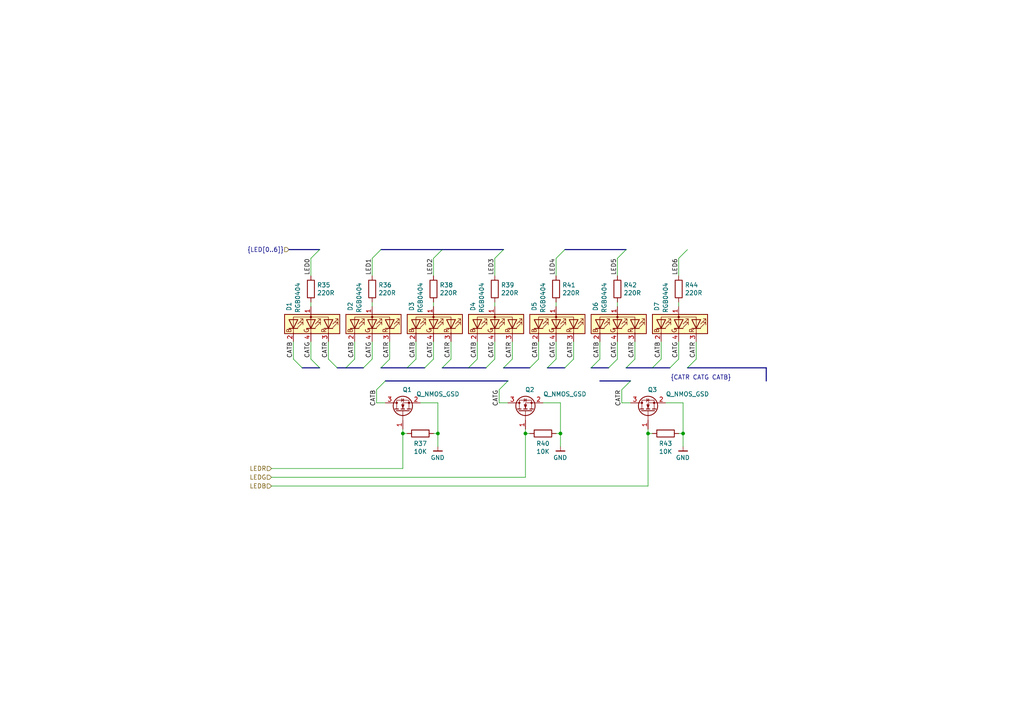
<source format=kicad_sch>
(kicad_sch (version 20200608) (host eeschema "5.99.0-unknown-08c61e6~101~ubuntu18.04.1")
  (page 1 19)
  (paper "A4")
  (lib_symbols
    (symbol "Device:LED_ABRG" (pin_names (offset 0) hide)
      (property "Reference" "D" (at 0 10.16 0))
      (property "Value" "LED_ABRG" (at 0 -10.16 0))
      (symbol "LED_ABRG_1_1"
        (circle (center 2.032 0) (radius 0.254) (fill (type outline)))
        (rectangle (start 1.27 6.35) (end 1.27 6.35))
        (rectangle (start 2.794 8.382) (end -2.794 -7.62) (stroke (width 0.254)) (fill (type background)))
        (polyline (pts (xy -2.54 -5.08) (xy 1.27 -5.08)))
        (polyline (pts (xy -1.27 -3.81) (xy -1.27 -6.35)) (stroke (width 0.254)))
        (polyline (pts (xy -1.27 1.27) (xy -1.27 -1.27)) (stroke (width 0.254)))
        (polyline (pts (xy -1.27 6.35) (xy -1.27 3.81)) (stroke (width 0.254)))
        (polyline (pts (xy 1.27 5.08) (xy -2.54 5.08)))
        (polyline (pts (xy 2.54 0) (xy -2.54 0)))
        (polyline (pts (xy 1.27 -5.08) (xy 2.032 -5.08) (xy 2.032 5.08) (xy 1.27 5.08)))
        (polyline (pts (xy 1.27 -3.81) (xy 1.27 -6.35) (xy -1.27 -5.08) (xy 1.27 -3.81)) (stroke (width 0.254)))
        (polyline (pts (xy 1.27 1.27) (xy 1.27 -1.27) (xy -1.27 0) (xy 1.27 1.27)) (stroke (width 0.254)))
        (polyline (pts (xy 1.27 6.35) (xy 1.27 3.81) (xy -1.27 5.08) (xy 1.27 6.35)) (stroke (width 0.254)))
        (polyline (pts (xy -1.016 -3.81) (xy 0.508 -2.286) (xy -0.254 -2.286) (xy 0.508 -2.286) (xy 0.508 -3.048)))
        (polyline (pts (xy -1.016 1.27) (xy 0.508 2.794) (xy -0.254 2.794) (xy 0.508 2.794) (xy 0.508 2.032)))
        (polyline (pts (xy -1.016 6.35) (xy 0.508 7.874) (xy -0.254 7.874) (xy 0.508 7.874) (xy 0.508 7.112)))
        (polyline (pts (xy 0 -3.81) (xy 1.524 -2.286) (xy 0.762 -2.286) (xy 1.524 -2.286) (xy 1.524 -3.048)))
        (polyline (pts (xy 0 1.27) (xy 1.524 2.794) (xy 0.762 2.794) (xy 1.524 2.794) (xy 1.524 2.032)))
        (polyline (pts (xy 0 6.35) (xy 1.524 7.874) (xy 0.762 7.874) (xy 1.524 7.874) (xy 1.524 7.112)))
        (pin passive line (at 5.08 0 180) (length 2.54) (name "A") (number "1"))
        (pin passive line (at -5.08 -5.08 0) (length 2.54) (name "BK") (number "2"))
        (pin passive line (at -5.08 5.08 0) (length 2.54) (name "RK") (number "3"))
        (pin passive line (at -5.08 0 0) (length 2.54) (name "GK") (number "4"))
      )
      (symbol "LED_ABRG_1_0"
        (text "B" (at -1.905 -6.35 0) (effects (font (size 1.27 1.27))))
        (text "G" (at -1.905 -1.27 0) (effects (font (size 1.27 1.27))))
        (text "R" (at -1.905 3.81 0) (effects (font (size 1.27 1.27))))
      )
    )
    (symbol "Device:Q_NMOS_GSD" (pin_names (offset 0) hide)
      (property "Reference" "Q" (at 5.08 1.27 0))
      (property "Value" "Q_NMOS_GSD" (at 5.08 -1.27 0))
      (symbol "Q_NMOS_GSD_0_1"
        (circle (center 1.651 0) (radius 2.794) (stroke (width 0.254)))
        (circle (center 2.54 -1.778) (radius 0.254) (fill (type outline)))
        (circle (center 2.54 1.778) (radius 0.254) (fill (type outline)))
        (polyline (pts (xy 0.254 0) (xy -2.54 0)))
        (polyline (pts (xy 0.254 1.905) (xy 0.254 -1.905)) (stroke (width 0.254)))
        (polyline (pts (xy 0.762 -1.27) (xy 0.762 -2.286)) (stroke (width 0.254)))
        (polyline (pts (xy 0.762 0.508) (xy 0.762 -0.508)) (stroke (width 0.254)))
        (polyline (pts (xy 0.762 2.286) (xy 0.762 1.27)) (stroke (width 0.254)))
        (polyline (pts (xy 2.54 2.54) (xy 2.54 1.778)))
        (polyline (pts (xy 2.54 -2.54) (xy 2.54 0) (xy 0.762 0)))
        (polyline (pts (xy 0.762 -1.778) (xy 3.302 -1.778) (xy 3.302 1.778) (xy 0.762 1.778)))
        (polyline (pts (xy 1.016 0) (xy 2.032 0.381) (xy 2.032 -0.381) (xy 1.016 0)) (fill (type outline)))
        (polyline (pts (xy 2.794 0.508) (xy 2.921 0.381) (xy 3.683 0.381) (xy 3.81 0.254)))
        (polyline (pts (xy 3.302 0.381) (xy 2.921 -0.254) (xy 3.683 -0.254) (xy 3.302 0.381)))
      )
      (symbol "Q_NMOS_GSD_1_1"
        (pin input line (at -5.08 0 0) (length 2.54) (name "G") (number "1"))
        (pin passive line (at 2.54 -5.08 90) (length 2.54) (name "S") (number "2"))
        (pin passive line (at 2.54 5.08 270) (length 2.54) (name "D") (number "3"))
      )
    )
    (symbol "Device:R" (pin_numbers hide) (pin_names (offset 0))
      (property "Reference" "R" (at 2.032 0 90))
      (property "Value" "R" (at 0 0 90))
      (symbol "R_0_1"
        (rectangle (start -1.016 -2.54) (end 1.016 2.54) (stroke (width 0.254)))
      )
      (symbol "R_1_1"
        (pin passive line (at 0 3.81 270) (length 1.27) (name "~") (number "1"))
        (pin passive line (at 0 -3.81 90) (length 1.27) (name "~") (number "2"))
      )
    )
    (symbol "gkl_power:GND" (power) (pin_names (offset 0))
      (property "Value" "GND" (at 0 -2.54 0))
      (symbol "GND_0_1"
        (polyline (pts (xy 0 -1.27) (xy 0 0)))
        (polyline (pts (xy 1.27 -1.27) (xy -1.27 -1.27)) (stroke (width 0.3048)))
      )
      (symbol "GND_1_1"
        (pin power_in line (at 0 0 270) (length 0) hide (name "GND") (number "1"))
      )
    )
  )
  (junction (at 116.84 125.73))
  (junction (at 127 125.73))
  (junction (at 152.4 125.73))
  (junction (at 162.56 125.73))
  (junction (at 187.96 125.73))
  (junction (at 198.12 125.73))
  (bus_entry (at 85.09 104.14) (size 2.54 2.54))
  (bus_entry (at 90.17 104.14) (size 2.54 2.54))
  (bus_entry (at 92.71 72.39) (size -2.54 2.54))
  (bus_entry (at 95.25 104.14) (size 2.54 2.54))
  (bus_entry (at 102.87 104.14) (size -2.54 2.54))
  (bus_entry (at 107.95 104.14) (size -2.54 2.54))
  (bus_entry (at 110.49 72.39) (size -2.54 2.54))
  (bus_entry (at 111.76 110.49) (size -2.54 2.54))
  (bus_entry (at 113.03 104.14) (size -2.54 2.54))
  (bus_entry (at 120.65 104.14) (size -2.54 2.54))
  (bus_entry (at 125.73 104.14) (size -2.54 2.54))
  (bus_entry (at 128.27 72.39) (size -2.54 2.54))
  (bus_entry (at 130.81 104.14) (size -2.54 2.54))
  (bus_entry (at 138.43 104.14) (size -2.54 2.54))
  (bus_entry (at 143.51 104.14) (size -2.54 2.54))
  (bus_entry (at 146.05 72.39) (size -2.54 2.54))
  (bus_entry (at 147.32 110.49) (size -2.54 2.54))
  (bus_entry (at 148.59 104.14) (size -2.54 2.54))
  (bus_entry (at 156.21 104.14) (size -2.54 2.54))
  (bus_entry (at 161.29 104.14) (size -2.54 2.54))
  (bus_entry (at 163.83 72.39) (size -2.54 2.54))
  (bus_entry (at 166.37 104.14) (size -2.54 2.54))
  (bus_entry (at 173.99 104.14) (size -2.54 2.54))
  (bus_entry (at 179.07 104.14) (size -2.54 2.54))
  (bus_entry (at 181.61 72.39) (size -2.54 2.54))
  (bus_entry (at 182.88 110.49) (size -2.54 2.54))
  (bus_entry (at 184.15 104.14) (size -2.54 2.54))
  (bus_entry (at 191.77 104.14) (size -2.54 2.54))
  (bus_entry (at 196.85 104.14) (size -2.54 2.54))
  (bus_entry (at 199.39 72.39) (size -2.54 2.54))
  (bus_entry (at 201.93 104.14) (size -2.54 2.54))
  (wire (pts (xy 78.74 135.89) (xy 116.84 135.89)))
  (wire (pts (xy 78.74 138.43) (xy 152.4 138.43)))
  (wire (pts (xy 78.74 140.97) (xy 187.96 140.97)))
  (wire (pts (xy 85.09 99.06) (xy 85.09 104.14)))
  (wire (pts (xy 90.17 74.93) (xy 90.17 80.01)))
  (wire (pts (xy 90.17 87.63) (xy 90.17 88.9)))
  (wire (pts (xy 90.17 99.06) (xy 90.17 104.14)))
  (wire (pts (xy 95.25 99.06) (xy 95.25 104.14)))
  (wire (pts (xy 102.87 99.06) (xy 102.87 104.14)))
  (wire (pts (xy 107.95 74.93) (xy 107.95 80.01)))
  (wire (pts (xy 107.95 87.63) (xy 107.95 88.9)))
  (wire (pts (xy 107.95 99.06) (xy 107.95 104.14)))
  (wire (pts (xy 109.22 113.03) (xy 109.22 116.84)))
  (wire (pts (xy 111.76 116.84) (xy 109.22 116.84)))
  (wire (pts (xy 113.03 99.06) (xy 113.03 104.14)))
  (wire (pts (xy 116.84 124.46) (xy 116.84 125.73)))
  (wire (pts (xy 116.84 125.73) (xy 116.84 135.89)))
  (wire (pts (xy 116.84 125.73) (xy 118.11 125.73)))
  (wire (pts (xy 120.65 99.06) (xy 120.65 104.14)))
  (wire (pts (xy 121.92 116.84) (xy 127 116.84)))
  (wire (pts (xy 125.73 74.93) (xy 125.73 80.01)))
  (wire (pts (xy 125.73 87.63) (xy 125.73 88.9)))
  (wire (pts (xy 125.73 99.06) (xy 125.73 104.14)))
  (wire (pts (xy 125.73 125.73) (xy 127 125.73)))
  (wire (pts (xy 127 125.73) (xy 127 116.84)))
  (wire (pts (xy 127 125.73) (xy 127 129.54)))
  (wire (pts (xy 130.81 99.06) (xy 130.81 104.14)))
  (wire (pts (xy 138.43 99.06) (xy 138.43 104.14)))
  (wire (pts (xy 143.51 74.93) (xy 143.51 80.01)))
  (wire (pts (xy 143.51 87.63) (xy 143.51 88.9)))
  (wire (pts (xy 143.51 99.06) (xy 143.51 104.14)))
  (wire (pts (xy 144.78 113.03) (xy 144.78 116.84)))
  (wire (pts (xy 147.32 116.84) (xy 144.78 116.84)))
  (wire (pts (xy 148.59 99.06) (xy 148.59 104.14)))
  (wire (pts (xy 152.4 124.46) (xy 152.4 125.73)))
  (wire (pts (xy 152.4 125.73) (xy 152.4 138.43)))
  (wire (pts (xy 152.4 125.73) (xy 153.67 125.73)))
  (wire (pts (xy 156.21 99.06) (xy 156.21 104.14)))
  (wire (pts (xy 157.48 116.84) (xy 162.56 116.84)))
  (wire (pts (xy 161.29 74.93) (xy 161.29 80.01)))
  (wire (pts (xy 161.29 87.63) (xy 161.29 88.9)))
  (wire (pts (xy 161.29 99.06) (xy 161.29 104.14)))
  (wire (pts (xy 161.29 125.73) (xy 162.56 125.73)))
  (wire (pts (xy 162.56 125.73) (xy 162.56 116.84)))
  (wire (pts (xy 162.56 125.73) (xy 162.56 129.54)))
  (wire (pts (xy 166.37 99.06) (xy 166.37 104.14)))
  (wire (pts (xy 173.99 99.06) (xy 173.99 104.14)))
  (wire (pts (xy 179.07 74.93) (xy 179.07 80.01)))
  (wire (pts (xy 179.07 87.63) (xy 179.07 88.9)))
  (wire (pts (xy 179.07 99.06) (xy 179.07 104.14)))
  (wire (pts (xy 180.34 113.03) (xy 180.34 116.84)))
  (wire (pts (xy 182.88 116.84) (xy 180.34 116.84)))
  (wire (pts (xy 184.15 99.06) (xy 184.15 104.14)))
  (wire (pts (xy 187.96 124.46) (xy 187.96 125.73)))
  (wire (pts (xy 187.96 125.73) (xy 187.96 140.97)))
  (wire (pts (xy 187.96 125.73) (xy 189.23 125.73)))
  (wire (pts (xy 191.77 99.06) (xy 191.77 104.14)))
  (wire (pts (xy 193.04 116.84) (xy 198.12 116.84)))
  (wire (pts (xy 196.85 74.93) (xy 196.85 80.01)))
  (wire (pts (xy 196.85 87.63) (xy 196.85 88.9)))
  (wire (pts (xy 196.85 99.06) (xy 196.85 104.14)))
  (wire (pts (xy 196.85 125.73) (xy 198.12 125.73)))
  (wire (pts (xy 198.12 125.73) (xy 198.12 116.84)))
  (wire (pts (xy 198.12 125.73) (xy 198.12 129.54)))
  (wire (pts (xy 201.93 99.06) (xy 201.93 104.14)))
  (bus (pts (xy 83.82 72.39) (xy 110.49 72.39)))
  (bus (pts (xy 87.63 106.68) (xy 97.79 106.68)))
  (bus (pts (xy 97.79 106.68) (xy 100.33 106.68)))
  (bus (pts (xy 100.33 106.68) (xy 110.49 106.68)))
  (bus (pts (xy 110.49 72.39) (xy 128.27 72.39)))
  (bus (pts (xy 110.49 106.68) (xy 118.11 106.68)))
  (bus (pts (xy 111.76 110.49) (xy 173.99 110.49)))
  (bus (pts (xy 118.11 106.68) (xy 128.27 106.68)))
  (bus (pts (xy 128.27 72.39) (xy 163.83 72.39)))
  (bus (pts (xy 128.27 106.68) (xy 135.89 106.68)))
  (bus (pts (xy 135.89 106.68) (xy 146.05 106.68)))
  (bus (pts (xy 146.05 106.68) (xy 158.75 106.68)))
  (bus (pts (xy 158.75 106.68) (xy 171.45 106.68)))
  (bus (pts (xy 163.83 72.39) (xy 199.39 72.39)))
  (bus (pts (xy 171.45 106.68) (xy 181.61 106.68)))
  (bus (pts (xy 173.99 110.49) (xy 222.25 110.49)))
  (bus (pts (xy 181.61 106.68) (xy 189.23 106.68)))
  (bus (pts (xy 189.23 106.68) (xy 199.39 106.68)))
  (bus (pts (xy 199.39 106.68) (xy 222.25 106.68)))
  (bus (pts (xy 222.25 106.68) (xy 222.25 110.49)))
  (label "CATB" (at 85.09 99.06 270))
  (label "LED0" (at 90.17 74.93 270))
  (label "CATG" (at 90.17 99.06 270))
  (label "CATR" (at 95.25 99.06 270))
  (label "CATB" (at 102.87 99.06 270))
  (label "LED1" (at 107.95 74.93 270))
  (label "CATG" (at 107.95 99.06 270))
  (label "CATB" (at 109.22 113.03 270))
  (label "CATR" (at 113.03 99.06 270))
  (label "CATB" (at 120.65 99.06 270))
  (label "LED2" (at 125.73 74.93 270))
  (label "CATG" (at 125.73 99.06 270))
  (label "CATR" (at 130.81 99.06 270))
  (label "CATB" (at 138.43 99.06 270))
  (label "LED3" (at 143.51 74.93 270))
  (label "CATG" (at 143.51 99.06 270))
  (label "CATG" (at 144.78 113.03 270))
  (label "CATR" (at 148.59 99.06 270))
  (label "CATB" (at 156.21 99.06 270))
  (label "LED4" (at 161.29 74.93 270))
  (label "CATG" (at 161.29 99.06 270))
  (label "CATR" (at 166.37 99.06 270))
  (label "CATB" (at 173.99 99.06 270))
  (label "LED5" (at 179.07 74.93 270))
  (label "CATG" (at 179.07 99.06 270))
  (label "CATR" (at 180.34 113.03 270))
  (label "CATR" (at 184.15 99.06 270))
  (label "CATB" (at 191.77 99.06 270))
  (label "LED6" (at 196.85 74.93 270))
  (label "CATG" (at 196.85 99.06 270))
  (label "CATR" (at 201.93 99.06 270))
  (label "{CATR CATG CATB}" (at 212.09 110.49 180))
  (hierarchical_label "LEDR" (shape input) (at 78.74 135.89 180))
  (hierarchical_label "LEDG" (shape input) (at 78.74 138.43 180))
  (hierarchical_label "LEDB" (shape input) (at 78.74 140.97 180))
  (hierarchical_label "{LED[0..6]}" (shape input) (at 83.82 72.39 180))
  (symbol (lib_id "gkl_power:GND") (at 127 129.54 0) (mirror y) (unit 1)
    (property "Reference" "#PWR059" (effects hide))
    (property "Value" "GND" (at 126.9238 132.7404 0))
  )
  (symbol (lib_id "gkl_power:GND") (at 162.56 129.54 0) (mirror y) (unit 1)
    (property "Reference" "#PWR060" (effects hide))
    (property "Value" "GND" (at 162.4838 132.7404 0))
  )
  (symbol (lib_id "gkl_power:GND") (at 198.12 129.54 0) (mirror y) (unit 1)
    (property "Reference" "#PWR061" (effects hide))
    (property "Value" "GND" (at 198.0438 132.7404 0))
  )
  (symbol (lib_id "Device:R") (at 90.17 83.82 0) (mirror y) (unit 1)
    (property "Reference" "R35" (at 91.948 82.677 0) (effects (justify right)))
    (property "Value" "220R" (at 91.948 84.963 0) (effects (justify right)))
    (property "Footprint" "Resistor_SMD:R_0402_1005Metric" (effects hide))
  )
  (symbol (lib_id "Device:R") (at 107.95 83.82 0) (mirror y) (unit 1)
    (property "Reference" "R36" (at 109.728 82.677 0) (effects (justify right)))
    (property "Value" "220R" (at 109.728 84.963 0) (effects (justify right)))
    (property "Footprint" "Resistor_SMD:R_0402_1005Metric" (effects hide))
  )
  (symbol (lib_id "Device:R") (at 121.92 125.73 270) (mirror x) (unit 1)
    (property "Reference" "R37" (at 121.92 128.651 90))
    (property "Value" "10K" (at 121.92 130.9624 90))
    (property "Footprint" "Resistor_SMD:R_0402_1005Metric" (effects hide))
  )
  (symbol (lib_id "Device:R") (at 125.73 83.82 0) (mirror y) (unit 1)
    (property "Reference" "R38" (at 127.508 82.677 0) (effects (justify right)))
    (property "Value" "220R" (at 127.508 84.963 0) (effects (justify right)))
    (property "Footprint" "Resistor_SMD:R_0402_1005Metric" (effects hide))
  )
  (symbol (lib_id "Device:R") (at 143.51 83.82 0) (mirror y) (unit 1)
    (property "Reference" "R39" (at 145.288 82.677 0) (effects (justify right)))
    (property "Value" "220R" (at 145.288 84.963 0) (effects (justify right)))
    (property "Footprint" "Resistor_SMD:R_0402_1005Metric" (effects hide))
  )
  (symbol (lib_id "Device:R") (at 157.48 125.73 270) (mirror x) (unit 1)
    (property "Reference" "R40" (at 157.48 128.651 90))
    (property "Value" "10K" (at 157.48 130.9624 90))
    (property "Footprint" "Resistor_SMD:R_0402_1005Metric" (effects hide))
  )
  (symbol (lib_id "Device:R") (at 161.29 83.82 0) (mirror y) (unit 1)
    (property "Reference" "R41" (at 163.068 82.677 0) (effects (justify right)))
    (property "Value" "220R" (at 163.068 84.963 0) (effects (justify right)))
    (property "Footprint" "Resistor_SMD:R_0402_1005Metric" (effects hide))
  )
  (symbol (lib_id "Device:R") (at 179.07 83.82 0) (mirror y) (unit 1)
    (property "Reference" "R42" (at 180.848 82.677 0) (effects (justify right)))
    (property "Value" "220R" (at 180.848 84.963 0) (effects (justify right)))
    (property "Footprint" "Resistor_SMD:R_0402_1005Metric" (effects hide))
  )
  (symbol (lib_id "Device:R") (at 193.04 125.73 270) (mirror x) (unit 1)
    (property "Reference" "R43" (at 193.04 128.651 90))
    (property "Value" "10K" (at 193.04 130.9624 90))
    (property "Footprint" "Resistor_SMD:R_0402_1005Metric" (effects hide))
  )
  (symbol (lib_id "Device:R") (at 196.85 83.82 0) (mirror y) (unit 1)
    (property "Reference" "R44" (at 198.628 82.677 0) (effects (justify right)))
    (property "Value" "220R" (at 198.628 84.963 0) (effects (justify right)))
    (property "Footprint" "Resistor_SMD:R_0402_1005Metric" (effects hide))
  )
  (symbol (lib_id "Device:Q_NMOS_GSD") (at 116.84 119.38 90) (unit 1)
    (property "Reference" "Q1" (at 118.11 113.03 90))
    (property "Value" "Q_NMOS_GSD" (at 127 114.3 90))
    (property "Footprint" "Package_TO_SOT_SMD:SOT-883" (effects hide))
  )
  (symbol (lib_id "Device:Q_NMOS_GSD") (at 152.4 119.38 90) (unit 1)
    (property "Reference" "Q2" (at 153.67 113.03 90))
    (property "Value" "Q_NMOS_GSD" (at 163.83 114.3 90))
    (property "Footprint" "Package_TO_SOT_SMD:SOT-883" (effects hide))
  )
  (symbol (lib_id "Device:Q_NMOS_GSD") (at 187.96 119.38 90) (unit 1)
    (property "Reference" "Q3" (at 189.23 113.03 90))
    (property "Value" "Q_NMOS_GSD" (at 199.39 114.3 90))
    (property "Footprint" "Package_TO_SOT_SMD:SOT-883" (effects hide))
  )
  (symbol (lib_id "Device:LED_ABRG") (at 90.17 93.98 270) (mirror x) (unit 1)
    (property "Reference" "D1" (at 83.82 88.9 0))
    (property "Value" "RGB0404" (at 86.36 86.36 0))
    (property "Footprint" "gkl_led:0404LED_RGB" (effects hide))
  )
  (symbol (lib_id "Device:LED_ABRG") (at 107.95 93.98 270) (mirror x) (unit 1)
    (property "Reference" "D2" (at 101.6 88.9 0))
    (property "Value" "RGB0404" (at 104.14 86.36 0))
    (property "Footprint" "gkl_led:0404LED_RGB" (effects hide))
  )
  (symbol (lib_id "Device:LED_ABRG") (at 125.73 93.98 270) (mirror x) (unit 1)
    (property "Reference" "D3" (at 119.38 88.9 0))
    (property "Value" "RGB0404" (at 121.92 86.36 0))
    (property "Footprint" "gkl_led:0404LED_RGB" (effects hide))
  )
  (symbol (lib_id "Device:LED_ABRG") (at 143.51 93.98 270) (mirror x) (unit 1)
    (property "Reference" "D4" (at 137.16 88.9 0))
    (property "Value" "RGB0404" (at 139.7 86.36 0))
    (property "Footprint" "gkl_led:0404LED_RGB" (effects hide))
  )
  (symbol (lib_id "Device:LED_ABRG") (at 161.29 93.98 270) (mirror x) (unit 1)
    (property "Reference" "D5" (at 154.94 88.9 0))
    (property "Value" "RGB0404" (at 157.48 86.36 0))
    (property "Footprint" "gkl_led:0404LED_RGB" (effects hide))
  )
  (symbol (lib_id "Device:LED_ABRG") (at 179.07 93.98 270) (mirror x) (unit 1)
    (property "Reference" "D6" (at 172.72 88.9 0))
    (property "Value" "RGB0404" (at 175.26 86.36 0))
    (property "Footprint" "gkl_led:0404LED_RGB" (effects hide))
  )
  (symbol (lib_id "Device:LED_ABRG") (at 196.85 93.98 270) (mirror x) (unit 1)
    (property "Reference" "D7" (at 190.5 88.9 0))
    (property "Value" "RGB0404" (at 193.04 86.36 0))
    (property "Footprint" "gkl_led:0404LED_RGB" (effects hide))
  )
)
</source>
